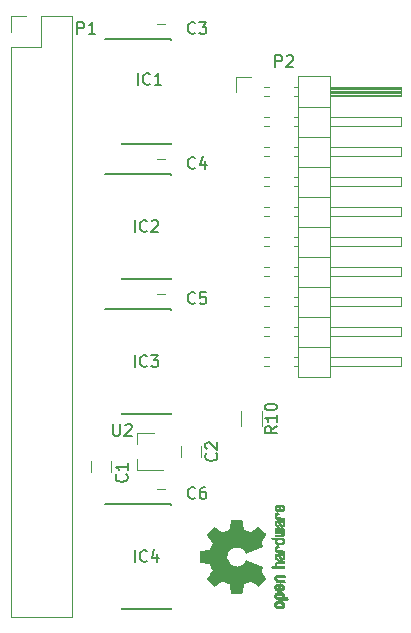
<source format=gbr>
G04 #@! TF.FileFunction,Legend,Top*
%FSLAX46Y46*%
G04 Gerber Fmt 4.6, Leading zero omitted, Abs format (unit mm)*
G04 Created by KiCad (PCBNEW 4.0.4-stable) date 12/12/17 20:39:09*
%MOMM*%
%LPD*%
G01*
G04 APERTURE LIST*
%ADD10C,0.100000*%
%ADD11C,0.150000*%
%ADD12C,0.120000*%
%ADD13C,0.010000*%
G04 APERTURE END LIST*
D10*
D11*
X117305000Y-84450000D02*
X117305000Y-84475000D01*
X121455000Y-84450000D02*
X121455000Y-84565000D01*
X121455000Y-93350000D02*
X121455000Y-93235000D01*
X117305000Y-93350000D02*
X117305000Y-93235000D01*
X117305000Y-84450000D02*
X121455000Y-84450000D01*
X117305000Y-93350000D02*
X121455000Y-93350000D01*
X117305000Y-84475000D02*
X115930000Y-84475000D01*
X117305000Y-95880000D02*
X117305000Y-95905000D01*
X121455000Y-95880000D02*
X121455000Y-95995000D01*
X121455000Y-104780000D02*
X121455000Y-104665000D01*
X117305000Y-104780000D02*
X117305000Y-104665000D01*
X117305000Y-95880000D02*
X121455000Y-95880000D01*
X117305000Y-104780000D02*
X121455000Y-104780000D01*
X117305000Y-95905000D02*
X115930000Y-95905000D01*
X117305000Y-107310000D02*
X117305000Y-107335000D01*
X121455000Y-107310000D02*
X121455000Y-107425000D01*
X121455000Y-116210000D02*
X121455000Y-116095000D01*
X117305000Y-116210000D02*
X117305000Y-116095000D01*
X117305000Y-107310000D02*
X121455000Y-107310000D01*
X117305000Y-116210000D02*
X121455000Y-116210000D01*
X117305000Y-107335000D02*
X115930000Y-107335000D01*
X117305000Y-123820000D02*
X117305000Y-123845000D01*
X121455000Y-123820000D02*
X121455000Y-123935000D01*
X121455000Y-132720000D02*
X121455000Y-132605000D01*
X117305000Y-132720000D02*
X117305000Y-132605000D01*
X117305000Y-123820000D02*
X121455000Y-123820000D01*
X117305000Y-132720000D02*
X121455000Y-132720000D01*
X117305000Y-123845000D02*
X115930000Y-123845000D01*
D12*
X107890000Y-133410000D02*
X113090000Y-133410000D01*
X107890000Y-85090000D02*
X107890000Y-133410000D01*
X113090000Y-82490000D02*
X113090000Y-133410000D01*
X107890000Y-85090000D02*
X110490000Y-85090000D01*
X110490000Y-85090000D02*
X110490000Y-82490000D01*
X110490000Y-82490000D02*
X113090000Y-82490000D01*
X107890000Y-83820000D02*
X107890000Y-82490000D01*
X107890000Y-82490000D02*
X109220000Y-82490000D01*
X132250000Y-87570000D02*
X132250000Y-113090000D01*
X132250000Y-113090000D02*
X134910000Y-113090000D01*
X134910000Y-113090000D02*
X134910000Y-87570000D01*
X134910000Y-87570000D02*
X132250000Y-87570000D01*
X134910000Y-88520000D02*
X140910000Y-88520000D01*
X140910000Y-88520000D02*
X140910000Y-89280000D01*
X140910000Y-89280000D02*
X134910000Y-89280000D01*
X134910000Y-88580000D02*
X140910000Y-88580000D01*
X134910000Y-88700000D02*
X140910000Y-88700000D01*
X134910000Y-88820000D02*
X140910000Y-88820000D01*
X134910000Y-88940000D02*
X140910000Y-88940000D01*
X134910000Y-89060000D02*
X140910000Y-89060000D01*
X134910000Y-89180000D02*
X140910000Y-89180000D01*
X131852929Y-88520000D02*
X132250000Y-88520000D01*
X131852929Y-89280000D02*
X132250000Y-89280000D01*
X129380000Y-88520000D02*
X129767071Y-88520000D01*
X129380000Y-89280000D02*
X129767071Y-89280000D01*
X132250000Y-90170000D02*
X134910000Y-90170000D01*
X134910000Y-91060000D02*
X140910000Y-91060000D01*
X140910000Y-91060000D02*
X140910000Y-91820000D01*
X140910000Y-91820000D02*
X134910000Y-91820000D01*
X131852929Y-91060000D02*
X132250000Y-91060000D01*
X131852929Y-91820000D02*
X132250000Y-91820000D01*
X129312929Y-91060000D02*
X129767071Y-91060000D01*
X129312929Y-91820000D02*
X129767071Y-91820000D01*
X132250000Y-92710000D02*
X134910000Y-92710000D01*
X134910000Y-93600000D02*
X140910000Y-93600000D01*
X140910000Y-93600000D02*
X140910000Y-94360000D01*
X140910000Y-94360000D02*
X134910000Y-94360000D01*
X131852929Y-93600000D02*
X132250000Y-93600000D01*
X131852929Y-94360000D02*
X132250000Y-94360000D01*
X129312929Y-93600000D02*
X129767071Y-93600000D01*
X129312929Y-94360000D02*
X129767071Y-94360000D01*
X132250000Y-95250000D02*
X134910000Y-95250000D01*
X134910000Y-96140000D02*
X140910000Y-96140000D01*
X140910000Y-96140000D02*
X140910000Y-96900000D01*
X140910000Y-96900000D02*
X134910000Y-96900000D01*
X131852929Y-96140000D02*
X132250000Y-96140000D01*
X131852929Y-96900000D02*
X132250000Y-96900000D01*
X129312929Y-96140000D02*
X129767071Y-96140000D01*
X129312929Y-96900000D02*
X129767071Y-96900000D01*
X132250000Y-97790000D02*
X134910000Y-97790000D01*
X134910000Y-98680000D02*
X140910000Y-98680000D01*
X140910000Y-98680000D02*
X140910000Y-99440000D01*
X140910000Y-99440000D02*
X134910000Y-99440000D01*
X131852929Y-98680000D02*
X132250000Y-98680000D01*
X131852929Y-99440000D02*
X132250000Y-99440000D01*
X129312929Y-98680000D02*
X129767071Y-98680000D01*
X129312929Y-99440000D02*
X129767071Y-99440000D01*
X132250000Y-100330000D02*
X134910000Y-100330000D01*
X134910000Y-101220000D02*
X140910000Y-101220000D01*
X140910000Y-101220000D02*
X140910000Y-101980000D01*
X140910000Y-101980000D02*
X134910000Y-101980000D01*
X131852929Y-101220000D02*
X132250000Y-101220000D01*
X131852929Y-101980000D02*
X132250000Y-101980000D01*
X129312929Y-101220000D02*
X129767071Y-101220000D01*
X129312929Y-101980000D02*
X129767071Y-101980000D01*
X132250000Y-102870000D02*
X134910000Y-102870000D01*
X134910000Y-103760000D02*
X140910000Y-103760000D01*
X140910000Y-103760000D02*
X140910000Y-104520000D01*
X140910000Y-104520000D02*
X134910000Y-104520000D01*
X131852929Y-103760000D02*
X132250000Y-103760000D01*
X131852929Y-104520000D02*
X132250000Y-104520000D01*
X129312929Y-103760000D02*
X129767071Y-103760000D01*
X129312929Y-104520000D02*
X129767071Y-104520000D01*
X132250000Y-105410000D02*
X134910000Y-105410000D01*
X134910000Y-106300000D02*
X140910000Y-106300000D01*
X140910000Y-106300000D02*
X140910000Y-107060000D01*
X140910000Y-107060000D02*
X134910000Y-107060000D01*
X131852929Y-106300000D02*
X132250000Y-106300000D01*
X131852929Y-107060000D02*
X132250000Y-107060000D01*
X129312929Y-106300000D02*
X129767071Y-106300000D01*
X129312929Y-107060000D02*
X129767071Y-107060000D01*
X132250000Y-107950000D02*
X134910000Y-107950000D01*
X134910000Y-108840000D02*
X140910000Y-108840000D01*
X140910000Y-108840000D02*
X140910000Y-109600000D01*
X140910000Y-109600000D02*
X134910000Y-109600000D01*
X131852929Y-108840000D02*
X132250000Y-108840000D01*
X131852929Y-109600000D02*
X132250000Y-109600000D01*
X129312929Y-108840000D02*
X129767071Y-108840000D01*
X129312929Y-109600000D02*
X129767071Y-109600000D01*
X132250000Y-110490000D02*
X134910000Y-110490000D01*
X134910000Y-111380000D02*
X140910000Y-111380000D01*
X140910000Y-111380000D02*
X140910000Y-112140000D01*
X140910000Y-112140000D02*
X134910000Y-112140000D01*
X131852929Y-111380000D02*
X132250000Y-111380000D01*
X131852929Y-112140000D02*
X132250000Y-112140000D01*
X129312929Y-111380000D02*
X129767071Y-111380000D01*
X129312929Y-112140000D02*
X129767071Y-112140000D01*
X127000000Y-88900000D02*
X127000000Y-87630000D01*
X127000000Y-87630000D02*
X128270000Y-87630000D01*
X127390000Y-117186000D02*
X127390000Y-115986000D01*
X129150000Y-115986000D02*
X129150000Y-117186000D01*
X118620000Y-117800000D02*
X118620000Y-118730000D01*
X118620000Y-120960000D02*
X118620000Y-120030000D01*
X118620000Y-120960000D02*
X120780000Y-120960000D01*
X118620000Y-117800000D02*
X120080000Y-117800000D01*
D13*
G36*
X130219505Y-131501114D02*
X130256727Y-131426461D01*
X130325261Y-131360569D01*
X130350648Y-131342423D01*
X130383866Y-131322655D01*
X130419945Y-131309828D01*
X130468098Y-131302490D01*
X130537536Y-131299187D01*
X130629206Y-131298462D01*
X130754830Y-131301737D01*
X130849154Y-131313123D01*
X130919523Y-131334959D01*
X130973286Y-131369581D01*
X131017788Y-131419330D01*
X131020423Y-131422986D01*
X131047377Y-131472015D01*
X131060712Y-131531055D01*
X131064000Y-131606141D01*
X131064000Y-131728205D01*
X131182497Y-131728256D01*
X131248492Y-131729392D01*
X131287202Y-131736314D01*
X131310419Y-131754402D01*
X131329933Y-131789038D01*
X131333920Y-131797355D01*
X131352603Y-131836280D01*
X131364403Y-131866417D01*
X131365422Y-131888826D01*
X131351761Y-131904567D01*
X131319522Y-131914698D01*
X131264804Y-131920277D01*
X131183711Y-131922365D01*
X131072344Y-131922019D01*
X130926802Y-131920300D01*
X130883269Y-131919763D01*
X130733205Y-131917828D01*
X130635042Y-131916096D01*
X130635042Y-131728308D01*
X130718364Y-131727252D01*
X130772880Y-131722562D01*
X130808837Y-131711949D01*
X130836482Y-131693128D01*
X130849965Y-131680350D01*
X130889417Y-131628110D01*
X130892628Y-131581858D01*
X130860049Y-131534133D01*
X130858846Y-131532923D01*
X130833668Y-131513506D01*
X130799447Y-131501693D01*
X130746748Y-131495735D01*
X130666131Y-131493880D01*
X130648271Y-131493846D01*
X130537175Y-131498330D01*
X130460161Y-131512926D01*
X130413147Y-131539350D01*
X130392050Y-131579317D01*
X130389923Y-131602416D01*
X130399900Y-131657238D01*
X130432752Y-131694842D01*
X130492857Y-131717477D01*
X130584598Y-131727394D01*
X130635042Y-131728308D01*
X130635042Y-131916096D01*
X130617060Y-131915778D01*
X130529679Y-131913127D01*
X130465905Y-131909394D01*
X130420582Y-131904093D01*
X130388555Y-131896742D01*
X130364668Y-131886857D01*
X130343764Y-131873954D01*
X130335898Y-131868421D01*
X130261595Y-131795031D01*
X130219467Y-131702240D01*
X130207722Y-131594904D01*
X130219505Y-131501114D01*
X130219505Y-131501114D01*
G37*
X130219505Y-131501114D02*
X130256727Y-131426461D01*
X130325261Y-131360569D01*
X130350648Y-131342423D01*
X130383866Y-131322655D01*
X130419945Y-131309828D01*
X130468098Y-131302490D01*
X130537536Y-131299187D01*
X130629206Y-131298462D01*
X130754830Y-131301737D01*
X130849154Y-131313123D01*
X130919523Y-131334959D01*
X130973286Y-131369581D01*
X131017788Y-131419330D01*
X131020423Y-131422986D01*
X131047377Y-131472015D01*
X131060712Y-131531055D01*
X131064000Y-131606141D01*
X131064000Y-131728205D01*
X131182497Y-131728256D01*
X131248492Y-131729392D01*
X131287202Y-131736314D01*
X131310419Y-131754402D01*
X131329933Y-131789038D01*
X131333920Y-131797355D01*
X131352603Y-131836280D01*
X131364403Y-131866417D01*
X131365422Y-131888826D01*
X131351761Y-131904567D01*
X131319522Y-131914698D01*
X131264804Y-131920277D01*
X131183711Y-131922365D01*
X131072344Y-131922019D01*
X130926802Y-131920300D01*
X130883269Y-131919763D01*
X130733205Y-131917828D01*
X130635042Y-131916096D01*
X130635042Y-131728308D01*
X130718364Y-131727252D01*
X130772880Y-131722562D01*
X130808837Y-131711949D01*
X130836482Y-131693128D01*
X130849965Y-131680350D01*
X130889417Y-131628110D01*
X130892628Y-131581858D01*
X130860049Y-131534133D01*
X130858846Y-131532923D01*
X130833668Y-131513506D01*
X130799447Y-131501693D01*
X130746748Y-131495735D01*
X130666131Y-131493880D01*
X130648271Y-131493846D01*
X130537175Y-131498330D01*
X130460161Y-131512926D01*
X130413147Y-131539350D01*
X130392050Y-131579317D01*
X130389923Y-131602416D01*
X130399900Y-131657238D01*
X130432752Y-131694842D01*
X130492857Y-131717477D01*
X130584598Y-131727394D01*
X130635042Y-131728308D01*
X130635042Y-131916096D01*
X130617060Y-131915778D01*
X130529679Y-131913127D01*
X130465905Y-131909394D01*
X130420582Y-131904093D01*
X130388555Y-131896742D01*
X130364668Y-131886857D01*
X130343764Y-131873954D01*
X130335898Y-131868421D01*
X130261595Y-131795031D01*
X130219467Y-131702240D01*
X130207722Y-131594904D01*
X130219505Y-131501114D01*
G36*
X130230089Y-129998336D02*
X130266358Y-129935633D01*
X130302358Y-129892039D01*
X130340075Y-129860155D01*
X130386199Y-129838190D01*
X130447421Y-129824351D01*
X130530431Y-129816847D01*
X130641919Y-129813883D01*
X130722062Y-129813539D01*
X131017065Y-129813539D01*
X131091515Y-129979615D01*
X130768402Y-129989385D01*
X130647729Y-129993421D01*
X130560141Y-129997656D01*
X130499650Y-130002903D01*
X130460268Y-130009975D01*
X130436007Y-130019689D01*
X130420880Y-130032856D01*
X130417606Y-130037081D01*
X130392034Y-130101091D01*
X130402153Y-130165792D01*
X130429000Y-130204308D01*
X130448024Y-130219975D01*
X130472988Y-130230820D01*
X130510834Y-130237712D01*
X130568502Y-130241521D01*
X130652935Y-130243117D01*
X130740928Y-130243385D01*
X130851323Y-130243437D01*
X130929463Y-130245328D01*
X130982165Y-130251655D01*
X131016242Y-130265017D01*
X131038511Y-130288015D01*
X131055787Y-130323246D01*
X131073738Y-130370303D01*
X131093278Y-130421697D01*
X130746485Y-130415579D01*
X130621468Y-130413116D01*
X130529082Y-130410233D01*
X130462881Y-130406102D01*
X130416420Y-130399893D01*
X130383256Y-130390774D01*
X130356944Y-130377917D01*
X130333729Y-130362416D01*
X130259569Y-130287629D01*
X130216684Y-130196372D01*
X130206412Y-130097117D01*
X130230089Y-129998336D01*
X130230089Y-129998336D01*
G37*
X130230089Y-129998336D02*
X130266358Y-129935633D01*
X130302358Y-129892039D01*
X130340075Y-129860155D01*
X130386199Y-129838190D01*
X130447421Y-129824351D01*
X130530431Y-129816847D01*
X130641919Y-129813883D01*
X130722062Y-129813539D01*
X131017065Y-129813539D01*
X131091515Y-129979615D01*
X130768402Y-129989385D01*
X130647729Y-129993421D01*
X130560141Y-129997656D01*
X130499650Y-130002903D01*
X130460268Y-130009975D01*
X130436007Y-130019689D01*
X130420880Y-130032856D01*
X130417606Y-130037081D01*
X130392034Y-130101091D01*
X130402153Y-130165792D01*
X130429000Y-130204308D01*
X130448024Y-130219975D01*
X130472988Y-130230820D01*
X130510834Y-130237712D01*
X130568502Y-130241521D01*
X130652935Y-130243117D01*
X130740928Y-130243385D01*
X130851323Y-130243437D01*
X130929463Y-130245328D01*
X130982165Y-130251655D01*
X131016242Y-130265017D01*
X131038511Y-130288015D01*
X131055787Y-130323246D01*
X131073738Y-130370303D01*
X131093278Y-130421697D01*
X130746485Y-130415579D01*
X130621468Y-130413116D01*
X130529082Y-130410233D01*
X130462881Y-130406102D01*
X130416420Y-130399893D01*
X130383256Y-130390774D01*
X130356944Y-130377917D01*
X130333729Y-130362416D01*
X130259569Y-130287629D01*
X130216684Y-130196372D01*
X130206412Y-130097117D01*
X130230089Y-129998336D01*
G36*
X130222256Y-132253114D02*
X130270409Y-132161536D01*
X130347905Y-132093951D01*
X130397727Y-132069943D01*
X130472533Y-132051262D01*
X130567052Y-132041699D01*
X130670210Y-132040792D01*
X130770935Y-132048079D01*
X130858153Y-132063097D01*
X130920791Y-132085385D01*
X130931579Y-132092235D01*
X131012105Y-132173368D01*
X131060336Y-132269734D01*
X131074450Y-132374299D01*
X131052629Y-132480032D01*
X131039547Y-132509457D01*
X130999231Y-132566759D01*
X130945775Y-132617050D01*
X130938995Y-132621803D01*
X130906321Y-132641122D01*
X130871394Y-132653892D01*
X130825414Y-132661436D01*
X130759584Y-132665076D01*
X130665105Y-132666135D01*
X130643923Y-132666154D01*
X130637182Y-132666106D01*
X130637182Y-132470769D01*
X130726349Y-132469632D01*
X130785520Y-132465159D01*
X130823741Y-132455754D01*
X130850053Y-132439824D01*
X130858846Y-132431692D01*
X130892261Y-132384942D01*
X130890737Y-132339553D01*
X130861752Y-132293660D01*
X130830809Y-132266288D01*
X130785643Y-132250077D01*
X130714420Y-132240974D01*
X130706114Y-132240349D01*
X130577037Y-132238796D01*
X130481172Y-132255035D01*
X130419107Y-132288848D01*
X130391432Y-132340016D01*
X130389923Y-132358280D01*
X130397513Y-132406240D01*
X130423808Y-132439047D01*
X130474095Y-132459105D01*
X130553664Y-132468822D01*
X130637182Y-132470769D01*
X130637182Y-132666106D01*
X130543249Y-132665426D01*
X130472906Y-132662371D01*
X130424163Y-132655678D01*
X130388288Y-132644040D01*
X130356548Y-132626147D01*
X130350648Y-132622192D01*
X130271104Y-132555733D01*
X130224929Y-132483315D01*
X130206599Y-132395151D01*
X130205703Y-132365213D01*
X130222256Y-132253114D01*
X130222256Y-132253114D01*
G37*
X130222256Y-132253114D02*
X130270409Y-132161536D01*
X130347905Y-132093951D01*
X130397727Y-132069943D01*
X130472533Y-132051262D01*
X130567052Y-132041699D01*
X130670210Y-132040792D01*
X130770935Y-132048079D01*
X130858153Y-132063097D01*
X130920791Y-132085385D01*
X130931579Y-132092235D01*
X131012105Y-132173368D01*
X131060336Y-132269734D01*
X131074450Y-132374299D01*
X131052629Y-132480032D01*
X131039547Y-132509457D01*
X130999231Y-132566759D01*
X130945775Y-132617050D01*
X130938995Y-132621803D01*
X130906321Y-132641122D01*
X130871394Y-132653892D01*
X130825414Y-132661436D01*
X130759584Y-132665076D01*
X130665105Y-132666135D01*
X130643923Y-132666154D01*
X130637182Y-132666106D01*
X130637182Y-132470769D01*
X130726349Y-132469632D01*
X130785520Y-132465159D01*
X130823741Y-132455754D01*
X130850053Y-132439824D01*
X130858846Y-132431692D01*
X130892261Y-132384942D01*
X130890737Y-132339553D01*
X130861752Y-132293660D01*
X130830809Y-132266288D01*
X130785643Y-132250077D01*
X130714420Y-132240974D01*
X130706114Y-132240349D01*
X130577037Y-132238796D01*
X130481172Y-132255035D01*
X130419107Y-132288848D01*
X130391432Y-132340016D01*
X130389923Y-132358280D01*
X130397513Y-132406240D01*
X130423808Y-132439047D01*
X130474095Y-132459105D01*
X130553664Y-132468822D01*
X130637182Y-132470769D01*
X130637182Y-132666106D01*
X130543249Y-132665426D01*
X130472906Y-132662371D01*
X130424163Y-132655678D01*
X130388288Y-132644040D01*
X130356548Y-132626147D01*
X130350648Y-132622192D01*
X130271104Y-132555733D01*
X130224929Y-132483315D01*
X130206599Y-132395151D01*
X130205703Y-132365213D01*
X130222256Y-132253114D01*
G36*
X130234745Y-130735746D02*
X130286567Y-130658714D01*
X130361412Y-130599184D01*
X130456654Y-130563622D01*
X130526756Y-130556429D01*
X130556009Y-130557246D01*
X130578407Y-130564086D01*
X130598474Y-130582888D01*
X130620733Y-130619592D01*
X130649709Y-130680138D01*
X130689927Y-130770466D01*
X130690129Y-130770923D01*
X130728210Y-130854067D01*
X130762025Y-130922247D01*
X130787933Y-130968495D01*
X130802295Y-130985842D01*
X130802411Y-130985846D01*
X130833685Y-130970557D01*
X130868157Y-130934804D01*
X130892990Y-130893758D01*
X130897923Y-130872963D01*
X130880862Y-130816230D01*
X130838133Y-130767373D01*
X130791155Y-130743535D01*
X130756522Y-130720603D01*
X130717081Y-130675682D01*
X130683009Y-130622877D01*
X130664480Y-130576290D01*
X130663462Y-130566548D01*
X130680215Y-130555582D01*
X130723039Y-130554921D01*
X130780781Y-130562980D01*
X130842289Y-130578173D01*
X130896409Y-130598914D01*
X130898510Y-130599962D01*
X130985660Y-130662379D01*
X131044939Y-130743274D01*
X131074034Y-130835144D01*
X131070634Y-130930487D01*
X131032428Y-131021802D01*
X131029741Y-131025862D01*
X130964642Y-131097694D01*
X130879705Y-131144927D01*
X130768021Y-131171066D01*
X130736643Y-131174574D01*
X130588536Y-131180787D01*
X130519468Y-131173339D01*
X130519468Y-130985846D01*
X130562552Y-130983410D01*
X130575126Y-130970086D01*
X130565719Y-130936868D01*
X130543483Y-130884506D01*
X130515610Y-130825976D01*
X130514872Y-130824521D01*
X130488777Y-130774911D01*
X130471363Y-130755000D01*
X130453107Y-130759910D01*
X130429120Y-130780584D01*
X130394406Y-130833181D01*
X130391856Y-130889823D01*
X130417119Y-130940631D01*
X130465847Y-130975724D01*
X130519468Y-130985846D01*
X130519468Y-131173339D01*
X130470036Y-131168008D01*
X130376055Y-131135222D01*
X130310215Y-131089579D01*
X130243681Y-131007198D01*
X130210676Y-130916454D01*
X130208573Y-130823815D01*
X130234745Y-130735746D01*
X130234745Y-130735746D01*
G37*
X130234745Y-130735746D02*
X130286567Y-130658714D01*
X130361412Y-130599184D01*
X130456654Y-130563622D01*
X130526756Y-130556429D01*
X130556009Y-130557246D01*
X130578407Y-130564086D01*
X130598474Y-130582888D01*
X130620733Y-130619592D01*
X130649709Y-130680138D01*
X130689927Y-130770466D01*
X130690129Y-130770923D01*
X130728210Y-130854067D01*
X130762025Y-130922247D01*
X130787933Y-130968495D01*
X130802295Y-130985842D01*
X130802411Y-130985846D01*
X130833685Y-130970557D01*
X130868157Y-130934804D01*
X130892990Y-130893758D01*
X130897923Y-130872963D01*
X130880862Y-130816230D01*
X130838133Y-130767373D01*
X130791155Y-130743535D01*
X130756522Y-130720603D01*
X130717081Y-130675682D01*
X130683009Y-130622877D01*
X130664480Y-130576290D01*
X130663462Y-130566548D01*
X130680215Y-130555582D01*
X130723039Y-130554921D01*
X130780781Y-130562980D01*
X130842289Y-130578173D01*
X130896409Y-130598914D01*
X130898510Y-130599962D01*
X130985660Y-130662379D01*
X131044939Y-130743274D01*
X131074034Y-130835144D01*
X131070634Y-130930487D01*
X131032428Y-131021802D01*
X131029741Y-131025862D01*
X130964642Y-131097694D01*
X130879705Y-131144927D01*
X130768021Y-131171066D01*
X130736643Y-131174574D01*
X130588536Y-131180787D01*
X130519468Y-131173339D01*
X130519468Y-130985846D01*
X130562552Y-130983410D01*
X130575126Y-130970086D01*
X130565719Y-130936868D01*
X130543483Y-130884506D01*
X130515610Y-130825976D01*
X130514872Y-130824521D01*
X130488777Y-130774911D01*
X130471363Y-130755000D01*
X130453107Y-130759910D01*
X130429120Y-130780584D01*
X130394406Y-130833181D01*
X130391856Y-130889823D01*
X130417119Y-130940631D01*
X130465847Y-130975724D01*
X130519468Y-130985846D01*
X130519468Y-131173339D01*
X130470036Y-131168008D01*
X130376055Y-131135222D01*
X130310215Y-131089579D01*
X130243681Y-131007198D01*
X130210676Y-130916454D01*
X130208573Y-130823815D01*
X130234745Y-130735746D01*
G36*
X130127120Y-129110154D02*
X130206980Y-129104428D01*
X130254039Y-129097851D01*
X130274566Y-129088738D01*
X130274829Y-129075402D01*
X130272378Y-129071077D01*
X130254636Y-129013556D01*
X130255672Y-128938732D01*
X130273910Y-128862661D01*
X130297505Y-128815082D01*
X130335198Y-128766298D01*
X130377855Y-128730636D01*
X130432057Y-128706155D01*
X130504384Y-128690913D01*
X130601419Y-128682970D01*
X130729742Y-128680384D01*
X130754358Y-128680338D01*
X131030870Y-128680308D01*
X131052320Y-128741839D01*
X131066912Y-128785541D01*
X131073706Y-128809518D01*
X131073769Y-128810223D01*
X131055345Y-128812585D01*
X131004526Y-128814594D01*
X130927993Y-128816099D01*
X130832430Y-128816947D01*
X130774329Y-128817077D01*
X130659771Y-128817349D01*
X130577667Y-128818748D01*
X130521393Y-128822151D01*
X130484326Y-128828433D01*
X130459844Y-128838471D01*
X130441325Y-128853139D01*
X130432406Y-128862298D01*
X130396466Y-128925211D01*
X130393775Y-128993864D01*
X130424170Y-129056152D01*
X130435144Y-129067671D01*
X130455779Y-129084567D01*
X130480256Y-129096286D01*
X130515647Y-129103767D01*
X130569026Y-129107946D01*
X130647466Y-129109763D01*
X130755617Y-129110154D01*
X131030870Y-129110154D01*
X131052320Y-129171685D01*
X131066912Y-129215387D01*
X131073706Y-129239364D01*
X131073769Y-129240070D01*
X131055069Y-129241874D01*
X131002322Y-129243500D01*
X130920557Y-129244883D01*
X130814805Y-129245958D01*
X130690094Y-129246660D01*
X130551455Y-129246923D01*
X130016806Y-129246923D01*
X129963236Y-129119923D01*
X130127120Y-129110154D01*
X130127120Y-129110154D01*
G37*
X130127120Y-129110154D02*
X130206980Y-129104428D01*
X130254039Y-129097851D01*
X130274566Y-129088738D01*
X130274829Y-129075402D01*
X130272378Y-129071077D01*
X130254636Y-129013556D01*
X130255672Y-128938732D01*
X130273910Y-128862661D01*
X130297505Y-128815082D01*
X130335198Y-128766298D01*
X130377855Y-128730636D01*
X130432057Y-128706155D01*
X130504384Y-128690913D01*
X130601419Y-128682970D01*
X130729742Y-128680384D01*
X130754358Y-128680338D01*
X131030870Y-128680308D01*
X131052320Y-128741839D01*
X131066912Y-128785541D01*
X131073706Y-128809518D01*
X131073769Y-128810223D01*
X131055345Y-128812585D01*
X131004526Y-128814594D01*
X130927993Y-128816099D01*
X130832430Y-128816947D01*
X130774329Y-128817077D01*
X130659771Y-128817349D01*
X130577667Y-128818748D01*
X130521393Y-128822151D01*
X130484326Y-128828433D01*
X130459844Y-128838471D01*
X130441325Y-128853139D01*
X130432406Y-128862298D01*
X130396466Y-128925211D01*
X130393775Y-128993864D01*
X130424170Y-129056152D01*
X130435144Y-129067671D01*
X130455779Y-129084567D01*
X130480256Y-129096286D01*
X130515647Y-129103767D01*
X130569026Y-129107946D01*
X130647466Y-129109763D01*
X130755617Y-129110154D01*
X131030870Y-129110154D01*
X131052320Y-129171685D01*
X131066912Y-129215387D01*
X131073706Y-129239364D01*
X131073769Y-129240070D01*
X131055069Y-129241874D01*
X131002322Y-129243500D01*
X130920557Y-129244883D01*
X130814805Y-129245958D01*
X130690094Y-129246660D01*
X130551455Y-129246923D01*
X130016806Y-129246923D01*
X129963236Y-129119923D01*
X130127120Y-129110154D01*
G36*
X130261303Y-128216499D02*
X130289733Y-128139940D01*
X130290279Y-128139064D01*
X130325127Y-128091715D01*
X130365852Y-128056759D01*
X130418925Y-128032175D01*
X130490814Y-128015938D01*
X130587992Y-128006025D01*
X130716928Y-128000414D01*
X130735298Y-127999923D01*
X131012287Y-127992859D01*
X131043028Y-128052305D01*
X131063802Y-128095319D01*
X131073646Y-128121290D01*
X131073769Y-128122491D01*
X131055606Y-128126986D01*
X131006612Y-128130556D01*
X130935031Y-128132752D01*
X130877068Y-128133231D01*
X130783170Y-128133242D01*
X130724203Y-128137534D01*
X130696079Y-128152497D01*
X130694706Y-128184518D01*
X130715998Y-128239986D01*
X130755136Y-128323731D01*
X130787643Y-128385311D01*
X130815845Y-128416983D01*
X130846582Y-128426294D01*
X130848104Y-128426308D01*
X130901054Y-128410943D01*
X130929660Y-128365453D01*
X130933803Y-128295834D01*
X130933084Y-128245687D01*
X130947527Y-128219246D01*
X130982218Y-128202757D01*
X131026416Y-128193267D01*
X131051493Y-128206943D01*
X131055082Y-128212093D01*
X131069496Y-128260575D01*
X131071537Y-128328469D01*
X131061983Y-128398388D01*
X131044522Y-128447932D01*
X130986364Y-128516430D01*
X130905408Y-128555366D01*
X130842160Y-128563077D01*
X130785111Y-128557193D01*
X130738542Y-128535899D01*
X130697181Y-128493735D01*
X130655755Y-128425241D01*
X130608993Y-128324956D01*
X130606350Y-128318846D01*
X130564617Y-128228510D01*
X130530391Y-128172765D01*
X130499635Y-128148871D01*
X130468311Y-128154087D01*
X130432383Y-128185672D01*
X130424116Y-128195117D01*
X130392058Y-128258383D01*
X130393407Y-128323936D01*
X130424838Y-128381028D01*
X130483024Y-128418907D01*
X130494446Y-128422426D01*
X130549837Y-128456700D01*
X130576518Y-128500191D01*
X130602960Y-128563077D01*
X130534548Y-128563077D01*
X130435110Y-128543948D01*
X130343902Y-128487169D01*
X130313389Y-128457622D01*
X130274228Y-128390458D01*
X130256500Y-128305044D01*
X130261303Y-128216499D01*
X130261303Y-128216499D01*
G37*
X130261303Y-128216499D02*
X130289733Y-128139940D01*
X130290279Y-128139064D01*
X130325127Y-128091715D01*
X130365852Y-128056759D01*
X130418925Y-128032175D01*
X130490814Y-128015938D01*
X130587992Y-128006025D01*
X130716928Y-128000414D01*
X130735298Y-127999923D01*
X131012287Y-127992859D01*
X131043028Y-128052305D01*
X131063802Y-128095319D01*
X131073646Y-128121290D01*
X131073769Y-128122491D01*
X131055606Y-128126986D01*
X131006612Y-128130556D01*
X130935031Y-128132752D01*
X130877068Y-128133231D01*
X130783170Y-128133242D01*
X130724203Y-128137534D01*
X130696079Y-128152497D01*
X130694706Y-128184518D01*
X130715998Y-128239986D01*
X130755136Y-128323731D01*
X130787643Y-128385311D01*
X130815845Y-128416983D01*
X130846582Y-128426294D01*
X130848104Y-128426308D01*
X130901054Y-128410943D01*
X130929660Y-128365453D01*
X130933803Y-128295834D01*
X130933084Y-128245687D01*
X130947527Y-128219246D01*
X130982218Y-128202757D01*
X131026416Y-128193267D01*
X131051493Y-128206943D01*
X131055082Y-128212093D01*
X131069496Y-128260575D01*
X131071537Y-128328469D01*
X131061983Y-128398388D01*
X131044522Y-128447932D01*
X130986364Y-128516430D01*
X130905408Y-128555366D01*
X130842160Y-128563077D01*
X130785111Y-128557193D01*
X130738542Y-128535899D01*
X130697181Y-128493735D01*
X130655755Y-128425241D01*
X130608993Y-128324956D01*
X130606350Y-128318846D01*
X130564617Y-128228510D01*
X130530391Y-128172765D01*
X130499635Y-128148871D01*
X130468311Y-128154087D01*
X130432383Y-128185672D01*
X130424116Y-128195117D01*
X130392058Y-128258383D01*
X130393407Y-128323936D01*
X130424838Y-128381028D01*
X130483024Y-128418907D01*
X130494446Y-128422426D01*
X130549837Y-128456700D01*
X130576518Y-128500191D01*
X130602960Y-128563077D01*
X130534548Y-128563077D01*
X130435110Y-128543948D01*
X130343902Y-128487169D01*
X130313389Y-128457622D01*
X130274228Y-128390458D01*
X130256500Y-128305044D01*
X130261303Y-128216499D01*
G36*
X130259670Y-127556638D02*
X130292421Y-127467883D01*
X130350350Y-127395978D01*
X130391128Y-127367856D01*
X130465954Y-127337198D01*
X130520058Y-127337835D01*
X130556446Y-127370013D01*
X130562633Y-127381919D01*
X130581925Y-127433325D01*
X130576982Y-127459578D01*
X130544587Y-127468470D01*
X130526692Y-127468923D01*
X130460859Y-127485203D01*
X130414807Y-127527635D01*
X130392564Y-127586612D01*
X130398161Y-127652525D01*
X130427229Y-127706105D01*
X130443810Y-127724202D01*
X130463925Y-127737029D01*
X130494332Y-127745694D01*
X130541788Y-127751304D01*
X130613050Y-127754965D01*
X130714875Y-127757785D01*
X130747115Y-127758516D01*
X130857410Y-127761180D01*
X130935036Y-127764208D01*
X130986396Y-127768750D01*
X131017890Y-127775954D01*
X131035920Y-127786967D01*
X131046888Y-127802940D01*
X131051733Y-127813166D01*
X131068301Y-127856594D01*
X131073769Y-127882158D01*
X131055507Y-127890605D01*
X131000296Y-127895761D01*
X130907499Y-127897654D01*
X130776478Y-127896311D01*
X130756269Y-127895893D01*
X130636733Y-127892942D01*
X130549449Y-127889452D01*
X130487591Y-127884486D01*
X130444336Y-127877107D01*
X130412860Y-127866376D01*
X130386339Y-127851355D01*
X130374975Y-127843498D01*
X130324692Y-127798447D01*
X130285581Y-127748060D01*
X130282167Y-127741892D01*
X130255212Y-127651542D01*
X130259670Y-127556638D01*
X130259670Y-127556638D01*
G37*
X130259670Y-127556638D02*
X130292421Y-127467883D01*
X130350350Y-127395978D01*
X130391128Y-127367856D01*
X130465954Y-127337198D01*
X130520058Y-127337835D01*
X130556446Y-127370013D01*
X130562633Y-127381919D01*
X130581925Y-127433325D01*
X130576982Y-127459578D01*
X130544587Y-127468470D01*
X130526692Y-127468923D01*
X130460859Y-127485203D01*
X130414807Y-127527635D01*
X130392564Y-127586612D01*
X130398161Y-127652525D01*
X130427229Y-127706105D01*
X130443810Y-127724202D01*
X130463925Y-127737029D01*
X130494332Y-127745694D01*
X130541788Y-127751304D01*
X130613050Y-127754965D01*
X130714875Y-127757785D01*
X130747115Y-127758516D01*
X130857410Y-127761180D01*
X130935036Y-127764208D01*
X130986396Y-127768750D01*
X131017890Y-127775954D01*
X131035920Y-127786967D01*
X131046888Y-127802940D01*
X131051733Y-127813166D01*
X131068301Y-127856594D01*
X131073769Y-127882158D01*
X131055507Y-127890605D01*
X131000296Y-127895761D01*
X130907499Y-127897654D01*
X130776478Y-127896311D01*
X130756269Y-127895893D01*
X130636733Y-127892942D01*
X130549449Y-127889452D01*
X130487591Y-127884486D01*
X130444336Y-127877107D01*
X130412860Y-127866376D01*
X130386339Y-127851355D01*
X130374975Y-127843498D01*
X130324692Y-127798447D01*
X130285581Y-127748060D01*
X130282167Y-127741892D01*
X130255212Y-127651542D01*
X130259670Y-127556638D01*
G36*
X130415289Y-126667919D02*
X130561320Y-126668167D01*
X130673655Y-126669128D01*
X130757678Y-126671206D01*
X130818769Y-126674807D01*
X130862309Y-126680335D01*
X130893679Y-126688196D01*
X130918262Y-126698793D01*
X130932294Y-126706818D01*
X131008388Y-126773272D01*
X131056084Y-126857530D01*
X131073199Y-126950751D01*
X131057546Y-127044100D01*
X131029418Y-127099688D01*
X130980760Y-127158043D01*
X130921333Y-127197814D01*
X130843507Y-127221810D01*
X130739652Y-127232839D01*
X130663462Y-127234401D01*
X130657986Y-127234191D01*
X130657986Y-127097692D01*
X130745355Y-127096859D01*
X130803192Y-127093039D01*
X130841029Y-127084254D01*
X130868398Y-127068526D01*
X130889042Y-127049734D01*
X130928890Y-126986625D01*
X130932295Y-126918863D01*
X130899025Y-126854821D01*
X130894517Y-126849836D01*
X130871067Y-126828561D01*
X130843166Y-126815221D01*
X130801641Y-126807999D01*
X130737316Y-126805077D01*
X130666200Y-126804615D01*
X130576858Y-126805617D01*
X130517258Y-126809762D01*
X130478089Y-126818764D01*
X130450040Y-126834333D01*
X130435144Y-126847098D01*
X130397575Y-126906400D01*
X130393057Y-126974699D01*
X130421753Y-127039890D01*
X130432406Y-127052472D01*
X130456063Y-127073889D01*
X130484251Y-127087256D01*
X130526245Y-127094434D01*
X130591319Y-127097281D01*
X130657986Y-127097692D01*
X130657986Y-127234191D01*
X130540765Y-127229678D01*
X130448577Y-127213638D01*
X130379269Y-127183472D01*
X130325211Y-127136371D01*
X130297505Y-127099688D01*
X130267572Y-127033010D01*
X130253678Y-126955728D01*
X130257397Y-126883890D01*
X130272400Y-126843692D01*
X130276670Y-126827918D01*
X130260750Y-126817450D01*
X130218089Y-126810144D01*
X130153106Y-126804615D01*
X130080732Y-126798563D01*
X130037187Y-126790156D01*
X130012287Y-126774859D01*
X129995845Y-126748136D01*
X129988564Y-126731346D01*
X129961963Y-126667846D01*
X130415289Y-126667919D01*
X130415289Y-126667919D01*
G37*
X130415289Y-126667919D02*
X130561320Y-126668167D01*
X130673655Y-126669128D01*
X130757678Y-126671206D01*
X130818769Y-126674807D01*
X130862309Y-126680335D01*
X130893679Y-126688196D01*
X130918262Y-126698793D01*
X130932294Y-126706818D01*
X131008388Y-126773272D01*
X131056084Y-126857530D01*
X131073199Y-126950751D01*
X131057546Y-127044100D01*
X131029418Y-127099688D01*
X130980760Y-127158043D01*
X130921333Y-127197814D01*
X130843507Y-127221810D01*
X130739652Y-127232839D01*
X130663462Y-127234401D01*
X130657986Y-127234191D01*
X130657986Y-127097692D01*
X130745355Y-127096859D01*
X130803192Y-127093039D01*
X130841029Y-127084254D01*
X130868398Y-127068526D01*
X130889042Y-127049734D01*
X130928890Y-126986625D01*
X130932295Y-126918863D01*
X130899025Y-126854821D01*
X130894517Y-126849836D01*
X130871067Y-126828561D01*
X130843166Y-126815221D01*
X130801641Y-126807999D01*
X130737316Y-126805077D01*
X130666200Y-126804615D01*
X130576858Y-126805617D01*
X130517258Y-126809762D01*
X130478089Y-126818764D01*
X130450040Y-126834333D01*
X130435144Y-126847098D01*
X130397575Y-126906400D01*
X130393057Y-126974699D01*
X130421753Y-127039890D01*
X130432406Y-127052472D01*
X130456063Y-127073889D01*
X130484251Y-127087256D01*
X130526245Y-127094434D01*
X130591319Y-127097281D01*
X130657986Y-127097692D01*
X130657986Y-127234191D01*
X130540765Y-127229678D01*
X130448577Y-127213638D01*
X130379269Y-127183472D01*
X130325211Y-127136371D01*
X130297505Y-127099688D01*
X130267572Y-127033010D01*
X130253678Y-126955728D01*
X130257397Y-126883890D01*
X130272400Y-126843692D01*
X130276670Y-126827918D01*
X130260750Y-126817450D01*
X130218089Y-126810144D01*
X130153106Y-126804615D01*
X130080732Y-126798563D01*
X130037187Y-126790156D01*
X130012287Y-126774859D01*
X129995845Y-126748136D01*
X129988564Y-126731346D01*
X129961963Y-126667846D01*
X130415289Y-126667919D01*
G36*
X130271662Y-125874071D02*
X130323068Y-125871089D01*
X130401192Y-125868753D01*
X130499857Y-125867251D01*
X130603343Y-125866769D01*
X130953533Y-125866769D01*
X131015363Y-125928599D01*
X131053462Y-125971207D01*
X131068895Y-126008610D01*
X131067918Y-126059730D01*
X131065433Y-126080022D01*
X131058200Y-126143446D01*
X131054055Y-126195905D01*
X131053672Y-126208692D01*
X131056176Y-126251801D01*
X131062462Y-126313456D01*
X131065433Y-126337362D01*
X131070028Y-126396078D01*
X131060046Y-126435536D01*
X131029228Y-126474662D01*
X131015363Y-126488785D01*
X130953533Y-126550615D01*
X130298503Y-126550615D01*
X130275829Y-126500850D01*
X130259034Y-126457998D01*
X130253154Y-126432927D01*
X130271736Y-126426499D01*
X130323655Y-126420491D01*
X130403172Y-126415303D01*
X130504546Y-126411336D01*
X130590192Y-126409423D01*
X130927231Y-126404077D01*
X130933825Y-126357440D01*
X130929214Y-126315024D01*
X130914287Y-126294240D01*
X130886377Y-126288430D01*
X130826925Y-126283470D01*
X130743466Y-126279754D01*
X130643532Y-126277676D01*
X130592104Y-126277376D01*
X130296054Y-126277077D01*
X130274604Y-126215546D01*
X130260020Y-126171996D01*
X130253219Y-126148306D01*
X130253154Y-126147623D01*
X130271642Y-126145246D01*
X130322906Y-126142634D01*
X130400649Y-126140005D01*
X130498574Y-126137579D01*
X130590192Y-126135885D01*
X130927231Y-126130539D01*
X130927231Y-126013308D01*
X130619746Y-126007928D01*
X130312261Y-126002549D01*
X130282707Y-125945399D01*
X130262413Y-125903203D01*
X130253204Y-125878230D01*
X130253154Y-125877509D01*
X130271662Y-125874071D01*
X130271662Y-125874071D01*
G37*
X130271662Y-125874071D02*
X130323068Y-125871089D01*
X130401192Y-125868753D01*
X130499857Y-125867251D01*
X130603343Y-125866769D01*
X130953533Y-125866769D01*
X131015363Y-125928599D01*
X131053462Y-125971207D01*
X131068895Y-126008610D01*
X131067918Y-126059730D01*
X131065433Y-126080022D01*
X131058200Y-126143446D01*
X131054055Y-126195905D01*
X131053672Y-126208692D01*
X131056176Y-126251801D01*
X131062462Y-126313456D01*
X131065433Y-126337362D01*
X131070028Y-126396078D01*
X131060046Y-126435536D01*
X131029228Y-126474662D01*
X131015363Y-126488785D01*
X130953533Y-126550615D01*
X130298503Y-126550615D01*
X130275829Y-126500850D01*
X130259034Y-126457998D01*
X130253154Y-126432927D01*
X130271736Y-126426499D01*
X130323655Y-126420491D01*
X130403172Y-126415303D01*
X130504546Y-126411336D01*
X130590192Y-126409423D01*
X130927231Y-126404077D01*
X130933825Y-126357440D01*
X130929214Y-126315024D01*
X130914287Y-126294240D01*
X130886377Y-126288430D01*
X130826925Y-126283470D01*
X130743466Y-126279754D01*
X130643532Y-126277676D01*
X130592104Y-126277376D01*
X130296054Y-126277077D01*
X130274604Y-126215546D01*
X130260020Y-126171996D01*
X130253219Y-126148306D01*
X130253154Y-126147623D01*
X130271642Y-126145246D01*
X130322906Y-126142634D01*
X130400649Y-126140005D01*
X130498574Y-126137579D01*
X130590192Y-126135885D01*
X130927231Y-126130539D01*
X130927231Y-126013308D01*
X130619746Y-126007928D01*
X130312261Y-126002549D01*
X130282707Y-125945399D01*
X130262413Y-125903203D01*
X130253204Y-125878230D01*
X130253154Y-125877509D01*
X130271662Y-125874071D01*
G36*
X130268528Y-125382667D02*
X130294117Y-125326410D01*
X130325124Y-125282253D01*
X130359795Y-125249899D01*
X130404520Y-125227562D01*
X130465692Y-125213454D01*
X130549701Y-125205789D01*
X130662940Y-125202780D01*
X130737509Y-125202462D01*
X131028420Y-125202462D01*
X131051095Y-125252227D01*
X131067667Y-125291424D01*
X131073769Y-125310843D01*
X131055610Y-125314558D01*
X131006648Y-125317505D01*
X130935153Y-125319309D01*
X130878385Y-125319692D01*
X130796371Y-125321339D01*
X130731309Y-125325778D01*
X130691467Y-125332260D01*
X130683000Y-125337410D01*
X130691646Y-125372023D01*
X130713823Y-125426360D01*
X130743886Y-125489278D01*
X130776192Y-125549632D01*
X130805098Y-125596279D01*
X130824961Y-125618074D01*
X130825175Y-125618161D01*
X130861935Y-125616286D01*
X130897026Y-125599475D01*
X130925528Y-125569961D01*
X130935061Y-125526884D01*
X130933950Y-125490068D01*
X130933133Y-125437926D01*
X130945349Y-125410556D01*
X130977624Y-125394118D01*
X130983710Y-125392045D01*
X131029739Y-125384919D01*
X131057687Y-125403976D01*
X131071007Y-125453647D01*
X131073470Y-125507303D01*
X131055210Y-125603858D01*
X131029131Y-125653841D01*
X130967868Y-125715571D01*
X130892670Y-125748310D01*
X130813211Y-125751247D01*
X130739167Y-125723576D01*
X130692769Y-125681953D01*
X130666793Y-125640396D01*
X130633907Y-125575078D01*
X130600557Y-125498962D01*
X130595461Y-125486274D01*
X130558565Y-125402667D01*
X130526046Y-125354470D01*
X130493718Y-125338970D01*
X130457394Y-125353450D01*
X130429000Y-125378308D01*
X130394039Y-125437061D01*
X130391417Y-125501707D01*
X130418358Y-125560992D01*
X130472088Y-125603661D01*
X130485950Y-125609261D01*
X130536936Y-125641867D01*
X130574787Y-125689470D01*
X130605850Y-125749539D01*
X130517768Y-125749539D01*
X130463951Y-125746003D01*
X130421534Y-125730844D01*
X130376279Y-125697232D01*
X130341420Y-125664965D01*
X130292062Y-125614791D01*
X130265547Y-125575807D01*
X130254911Y-125533936D01*
X130253154Y-125486540D01*
X130268528Y-125382667D01*
X130268528Y-125382667D01*
G37*
X130268528Y-125382667D02*
X130294117Y-125326410D01*
X130325124Y-125282253D01*
X130359795Y-125249899D01*
X130404520Y-125227562D01*
X130465692Y-125213454D01*
X130549701Y-125205789D01*
X130662940Y-125202780D01*
X130737509Y-125202462D01*
X131028420Y-125202462D01*
X131051095Y-125252227D01*
X131067667Y-125291424D01*
X131073769Y-125310843D01*
X131055610Y-125314558D01*
X131006648Y-125317505D01*
X130935153Y-125319309D01*
X130878385Y-125319692D01*
X130796371Y-125321339D01*
X130731309Y-125325778D01*
X130691467Y-125332260D01*
X130683000Y-125337410D01*
X130691646Y-125372023D01*
X130713823Y-125426360D01*
X130743886Y-125489278D01*
X130776192Y-125549632D01*
X130805098Y-125596279D01*
X130824961Y-125618074D01*
X130825175Y-125618161D01*
X130861935Y-125616286D01*
X130897026Y-125599475D01*
X130925528Y-125569961D01*
X130935061Y-125526884D01*
X130933950Y-125490068D01*
X130933133Y-125437926D01*
X130945349Y-125410556D01*
X130977624Y-125394118D01*
X130983710Y-125392045D01*
X131029739Y-125384919D01*
X131057687Y-125403976D01*
X131071007Y-125453647D01*
X131073470Y-125507303D01*
X131055210Y-125603858D01*
X131029131Y-125653841D01*
X130967868Y-125715571D01*
X130892670Y-125748310D01*
X130813211Y-125751247D01*
X130739167Y-125723576D01*
X130692769Y-125681953D01*
X130666793Y-125640396D01*
X130633907Y-125575078D01*
X130600557Y-125498962D01*
X130595461Y-125486274D01*
X130558565Y-125402667D01*
X130526046Y-125354470D01*
X130493718Y-125338970D01*
X130457394Y-125353450D01*
X130429000Y-125378308D01*
X130394039Y-125437061D01*
X130391417Y-125501707D01*
X130418358Y-125560992D01*
X130472088Y-125603661D01*
X130485950Y-125609261D01*
X130536936Y-125641867D01*
X130574787Y-125689470D01*
X130605850Y-125749539D01*
X130517768Y-125749539D01*
X130463951Y-125746003D01*
X130421534Y-125730844D01*
X130376279Y-125697232D01*
X130341420Y-125664965D01*
X130292062Y-125614791D01*
X130265547Y-125575807D01*
X130254911Y-125533936D01*
X130253154Y-125486540D01*
X130268528Y-125382667D01*
G36*
X130271782Y-124699193D02*
X130281988Y-124675839D01*
X130326134Y-124620098D01*
X130389967Y-124572431D01*
X130458087Y-124542952D01*
X130491670Y-124538154D01*
X130538556Y-124554240D01*
X130563365Y-124589525D01*
X130578387Y-124627356D01*
X130581155Y-124644679D01*
X130561066Y-124653114D01*
X130517351Y-124669770D01*
X130497598Y-124677077D01*
X130429271Y-124718052D01*
X130395191Y-124777378D01*
X130396239Y-124853448D01*
X130397581Y-124859082D01*
X130416836Y-124899695D01*
X130454375Y-124929552D01*
X130514809Y-124949945D01*
X130602751Y-124962164D01*
X130722813Y-124967500D01*
X130786698Y-124968000D01*
X130887403Y-124968248D01*
X130956054Y-124969874D01*
X130999673Y-124974199D01*
X131025282Y-124982546D01*
X131039903Y-124996235D01*
X131050558Y-125016589D01*
X131051095Y-125017766D01*
X131067667Y-125056962D01*
X131073769Y-125076381D01*
X131055319Y-125079365D01*
X131004323Y-125081919D01*
X130927308Y-125083860D01*
X130830805Y-125085003D01*
X130760184Y-125085231D01*
X130623525Y-125084068D01*
X130519851Y-125079521D01*
X130443108Y-125070001D01*
X130387246Y-125053919D01*
X130346212Y-125029687D01*
X130313954Y-124995714D01*
X130291440Y-124962167D01*
X130261476Y-124881501D01*
X130254718Y-124787619D01*
X130271782Y-124699193D01*
X130271782Y-124699193D01*
G37*
X130271782Y-124699193D02*
X130281988Y-124675839D01*
X130326134Y-124620098D01*
X130389967Y-124572431D01*
X130458087Y-124542952D01*
X130491670Y-124538154D01*
X130538556Y-124554240D01*
X130563365Y-124589525D01*
X130578387Y-124627356D01*
X130581155Y-124644679D01*
X130561066Y-124653114D01*
X130517351Y-124669770D01*
X130497598Y-124677077D01*
X130429271Y-124718052D01*
X130395191Y-124777378D01*
X130396239Y-124853448D01*
X130397581Y-124859082D01*
X130416836Y-124899695D01*
X130454375Y-124929552D01*
X130514809Y-124949945D01*
X130602751Y-124962164D01*
X130722813Y-124967500D01*
X130786698Y-124968000D01*
X130887403Y-124968248D01*
X130956054Y-124969874D01*
X130999673Y-124974199D01*
X131025282Y-124982546D01*
X131039903Y-124996235D01*
X131050558Y-125016589D01*
X131051095Y-125017766D01*
X131067667Y-125056962D01*
X131073769Y-125076381D01*
X131055319Y-125079365D01*
X131004323Y-125081919D01*
X130927308Y-125083860D01*
X130830805Y-125085003D01*
X130760184Y-125085231D01*
X130623525Y-125084068D01*
X130519851Y-125079521D01*
X130443108Y-125070001D01*
X130387246Y-125053919D01*
X130346212Y-125029687D01*
X130313954Y-124995714D01*
X130291440Y-124962167D01*
X130261476Y-124881501D01*
X130254718Y-124787619D01*
X130271782Y-124699193D01*
G36*
X130282838Y-124024776D02*
X130333361Y-123947472D01*
X130378590Y-123910186D01*
X130460663Y-123880647D01*
X130525607Y-123878301D01*
X130612445Y-123883615D01*
X130700103Y-124083885D01*
X130744887Y-124181261D01*
X130780913Y-124244887D01*
X130812117Y-124277971D01*
X130842436Y-124283720D01*
X130875805Y-124265342D01*
X130897923Y-124245077D01*
X130933393Y-124186111D01*
X130935879Y-124121976D01*
X130908235Y-124063074D01*
X130853320Y-124019803D01*
X130833928Y-124012064D01*
X130773364Y-123974994D01*
X130747552Y-123932346D01*
X130725471Y-123873846D01*
X130809184Y-123873846D01*
X130866150Y-123879018D01*
X130914189Y-123899277D01*
X130969346Y-123941738D01*
X130976514Y-123948049D01*
X131025585Y-123995280D01*
X131051920Y-124035879D01*
X131064035Y-124086672D01*
X131068003Y-124128780D01*
X131068991Y-124204098D01*
X131056466Y-124257714D01*
X131037869Y-124291162D01*
X130996975Y-124343732D01*
X130952748Y-124380121D01*
X130897126Y-124403150D01*
X130822047Y-124415641D01*
X130719449Y-124420413D01*
X130667376Y-124420794D01*
X130604948Y-124419499D01*
X130604948Y-124301529D01*
X130638438Y-124300161D01*
X130643923Y-124296751D01*
X130636472Y-124274247D01*
X130616753Y-124225818D01*
X130588718Y-124161092D01*
X130582692Y-124147557D01*
X130541096Y-124065756D01*
X130504538Y-124020688D01*
X130470296Y-124010783D01*
X130435648Y-124034474D01*
X130420339Y-124054040D01*
X130389721Y-124124640D01*
X130394780Y-124190720D01*
X130432151Y-124246041D01*
X130498473Y-124284364D01*
X130551116Y-124296651D01*
X130604948Y-124301529D01*
X130604948Y-124419499D01*
X130545720Y-124418270D01*
X130455710Y-124408968D01*
X130390167Y-124390540D01*
X130341912Y-124360640D01*
X130303767Y-124316920D01*
X130291440Y-124297859D01*
X130259336Y-124211274D01*
X130257316Y-124116478D01*
X130282838Y-124024776D01*
X130282838Y-124024776D01*
G37*
X130282838Y-124024776D02*
X130333361Y-123947472D01*
X130378590Y-123910186D01*
X130460663Y-123880647D01*
X130525607Y-123878301D01*
X130612445Y-123883615D01*
X130700103Y-124083885D01*
X130744887Y-124181261D01*
X130780913Y-124244887D01*
X130812117Y-124277971D01*
X130842436Y-124283720D01*
X130875805Y-124265342D01*
X130897923Y-124245077D01*
X130933393Y-124186111D01*
X130935879Y-124121976D01*
X130908235Y-124063074D01*
X130853320Y-124019803D01*
X130833928Y-124012064D01*
X130773364Y-123974994D01*
X130747552Y-123932346D01*
X130725471Y-123873846D01*
X130809184Y-123873846D01*
X130866150Y-123879018D01*
X130914189Y-123899277D01*
X130969346Y-123941738D01*
X130976514Y-123948049D01*
X131025585Y-123995280D01*
X131051920Y-124035879D01*
X131064035Y-124086672D01*
X131068003Y-124128780D01*
X131068991Y-124204098D01*
X131056466Y-124257714D01*
X131037869Y-124291162D01*
X130996975Y-124343732D01*
X130952748Y-124380121D01*
X130897126Y-124403150D01*
X130822047Y-124415641D01*
X130719449Y-124420413D01*
X130667376Y-124420794D01*
X130604948Y-124419499D01*
X130604948Y-124301529D01*
X130638438Y-124300161D01*
X130643923Y-124296751D01*
X130636472Y-124274247D01*
X130616753Y-124225818D01*
X130588718Y-124161092D01*
X130582692Y-124147557D01*
X130541096Y-124065756D01*
X130504538Y-124020688D01*
X130470296Y-124010783D01*
X130435648Y-124034474D01*
X130420339Y-124054040D01*
X130389721Y-124124640D01*
X130394780Y-124190720D01*
X130432151Y-124246041D01*
X130498473Y-124284364D01*
X130551116Y-124296651D01*
X130604948Y-124301529D01*
X130604948Y-124419499D01*
X130545720Y-124418270D01*
X130455710Y-124408968D01*
X130390167Y-124390540D01*
X130341912Y-124360640D01*
X130303767Y-124316920D01*
X130291440Y-124297859D01*
X130259336Y-124211274D01*
X130257316Y-124116478D01*
X130282838Y-124024776D01*
G36*
X123922776Y-128130122D02*
X123923355Y-128024388D01*
X123924922Y-127947868D01*
X123927972Y-127895628D01*
X123932996Y-127862737D01*
X123940489Y-127844263D01*
X123950944Y-127835273D01*
X123964853Y-127830837D01*
X123966654Y-127830406D01*
X123999145Y-127823667D01*
X124063252Y-127811192D01*
X124152151Y-127794281D01*
X124259019Y-127774229D01*
X124377033Y-127752336D01*
X124381178Y-127751571D01*
X124496831Y-127729641D01*
X124599014Y-127709123D01*
X124681598Y-127691341D01*
X124738456Y-127677619D01*
X124763458Y-127669282D01*
X124763901Y-127668884D01*
X124776110Y-127644323D01*
X124796456Y-127593685D01*
X124820545Y-127527905D01*
X124820674Y-127527539D01*
X124851818Y-127444683D01*
X124891491Y-127347000D01*
X124931381Y-127254923D01*
X124933353Y-127250566D01*
X125001420Y-127100593D01*
X124774639Y-126768502D01*
X124705504Y-126666626D01*
X124643697Y-126574343D01*
X124592733Y-126496997D01*
X124556127Y-126439936D01*
X124537394Y-126408505D01*
X124536004Y-126405521D01*
X124542190Y-126382679D01*
X124572035Y-126340018D01*
X124626947Y-126275872D01*
X124708334Y-126188579D01*
X124794922Y-126099465D01*
X124880247Y-126013559D01*
X124958108Y-125936673D01*
X125023697Y-125873436D01*
X125072205Y-125828477D01*
X125098825Y-125806424D01*
X125100195Y-125805604D01*
X125118463Y-125803166D01*
X125148295Y-125812350D01*
X125193721Y-125835426D01*
X125258770Y-125874663D01*
X125347470Y-125932330D01*
X125461657Y-126009205D01*
X125562162Y-126077430D01*
X125652303Y-126138418D01*
X125726849Y-126188644D01*
X125780565Y-126224584D01*
X125808218Y-126242713D01*
X125810095Y-126243854D01*
X125836590Y-126241641D01*
X125888086Y-126224862D01*
X125954851Y-126196858D01*
X125976172Y-126186878D01*
X126071159Y-126143328D01*
X126178937Y-126096866D01*
X126272192Y-126059123D01*
X126341406Y-126031927D01*
X126394006Y-126010325D01*
X126421497Y-125997842D01*
X126423616Y-125996291D01*
X126427124Y-125973332D01*
X126436738Y-125919214D01*
X126451089Y-125841132D01*
X126468807Y-125746281D01*
X126488525Y-125641857D01*
X126508874Y-125535056D01*
X126528486Y-125433074D01*
X126545991Y-125343106D01*
X126560022Y-125272347D01*
X126569209Y-125227994D01*
X126571807Y-125217115D01*
X126578218Y-125205878D01*
X126592697Y-125197395D01*
X126620133Y-125191286D01*
X126665411Y-125187168D01*
X126733420Y-125184659D01*
X126829047Y-125183379D01*
X126957180Y-125182946D01*
X127009701Y-125182923D01*
X127436845Y-125182923D01*
X127457091Y-125285500D01*
X127468070Y-125342569D01*
X127484095Y-125427731D01*
X127503233Y-125530628D01*
X127523551Y-125640904D01*
X127529132Y-125671385D01*
X127548917Y-125773145D01*
X127568373Y-125861795D01*
X127585697Y-125929892D01*
X127599088Y-125969996D01*
X127603079Y-125976677D01*
X127631342Y-125993081D01*
X127686109Y-126016601D01*
X127756588Y-126042684D01*
X127771769Y-126047858D01*
X127865896Y-126082044D01*
X127972101Y-126124477D01*
X128067473Y-126166003D01*
X128067916Y-126166208D01*
X128217525Y-126235360D01*
X128886617Y-125780488D01*
X129179116Y-126072500D01*
X129266170Y-126160820D01*
X129342909Y-126241375D01*
X129405237Y-126309640D01*
X129449056Y-126361092D01*
X129470270Y-126391206D01*
X129471616Y-126395526D01*
X129461016Y-126420889D01*
X129431547Y-126472642D01*
X129386705Y-126545132D01*
X129329984Y-126632706D01*
X129266462Y-126727388D01*
X129201668Y-126823484D01*
X129145287Y-126909163D01*
X129100788Y-126978984D01*
X129071639Y-127027506D01*
X129061308Y-127049218D01*
X129070050Y-127075707D01*
X129093087Y-127125938D01*
X129125631Y-127189549D01*
X129129249Y-127196292D01*
X129172210Y-127281954D01*
X129193279Y-127340694D01*
X129193503Y-127377228D01*
X129173928Y-127396269D01*
X129173654Y-127396380D01*
X129150472Y-127405898D01*
X129095441Y-127428597D01*
X129012822Y-127462718D01*
X128906872Y-127506500D01*
X128781852Y-127558184D01*
X128642020Y-127616008D01*
X128506637Y-127672009D01*
X128357234Y-127733553D01*
X128218832Y-127790061D01*
X128095673Y-127839839D01*
X127992002Y-127881194D01*
X127912059Y-127912432D01*
X127860088Y-127931859D01*
X127840692Y-127937846D01*
X127818443Y-127922832D01*
X127782982Y-127883561D01*
X127743887Y-127831193D01*
X127620245Y-127682059D01*
X127478522Y-127565489D01*
X127321704Y-127482882D01*
X127152775Y-127435634D01*
X126974722Y-127425143D01*
X126892539Y-127432769D01*
X126722031Y-127474318D01*
X126571459Y-127545877D01*
X126442309Y-127643005D01*
X126336064Y-127761266D01*
X126254210Y-127896220D01*
X126198232Y-128043429D01*
X126169615Y-128198456D01*
X126169844Y-128356861D01*
X126200405Y-128514206D01*
X126262782Y-128666054D01*
X126358460Y-128807965D01*
X126412572Y-128867197D01*
X126551520Y-128980797D01*
X126703361Y-129059894D01*
X126863667Y-129105014D01*
X127028012Y-129116684D01*
X127191971Y-129095431D01*
X127351118Y-129041780D01*
X127501025Y-128956260D01*
X127637267Y-128839395D01*
X127743887Y-128708807D01*
X127784642Y-128654412D01*
X127819718Y-128615986D01*
X127840726Y-128602154D01*
X127863635Y-128609397D01*
X127918365Y-128629995D01*
X128000672Y-128662254D01*
X128106315Y-128704479D01*
X128231050Y-128754977D01*
X128370636Y-128812052D01*
X128506670Y-128868146D01*
X128656201Y-128930033D01*
X128794767Y-128987356D01*
X128918107Y-129038356D01*
X129021964Y-129081273D01*
X129102080Y-129114347D01*
X129154195Y-129135819D01*
X129173654Y-129143775D01*
X129193423Y-129162571D01*
X129193365Y-129198926D01*
X129172441Y-129257521D01*
X129129613Y-129343032D01*
X129129249Y-129343708D01*
X129096012Y-129408093D01*
X129071802Y-129460139D01*
X129061404Y-129489488D01*
X129061308Y-129490783D01*
X129071855Y-129512876D01*
X129101184Y-129561652D01*
X129145827Y-129631669D01*
X129202314Y-129717486D01*
X129266462Y-129812612D01*
X129331411Y-129909460D01*
X129387896Y-129996747D01*
X129432421Y-130068819D01*
X129461490Y-130120023D01*
X129471616Y-130144474D01*
X129458307Y-130166990D01*
X129421112Y-130212258D01*
X129364128Y-130275756D01*
X129291449Y-130352961D01*
X129207171Y-130439349D01*
X129179016Y-130467601D01*
X128886416Y-130759713D01*
X128560104Y-130537369D01*
X128459897Y-130469798D01*
X128369963Y-130410493D01*
X128295510Y-130362783D01*
X128241751Y-130329993D01*
X128213894Y-130315452D01*
X128211912Y-130315026D01*
X128185655Y-130322692D01*
X128132837Y-130343311D01*
X128062310Y-130373315D01*
X128015093Y-130394375D01*
X127924694Y-130433752D01*
X127833366Y-130470835D01*
X127756200Y-130499585D01*
X127732692Y-130507395D01*
X127669916Y-130529583D01*
X127621411Y-130551273D01*
X127603079Y-130563187D01*
X127591859Y-130589477D01*
X127575954Y-130646858D01*
X127557167Y-130727882D01*
X127537299Y-130825105D01*
X127529132Y-130868615D01*
X127508829Y-130979104D01*
X127489170Y-131085084D01*
X127472088Y-131176199D01*
X127459518Y-131242092D01*
X127457091Y-131254500D01*
X127436845Y-131357077D01*
X127009701Y-131357077D01*
X126869246Y-131356847D01*
X126762979Y-131355901D01*
X126686013Y-131353859D01*
X126633460Y-131350338D01*
X126600433Y-131344957D01*
X126582045Y-131337334D01*
X126573408Y-131327088D01*
X126571807Y-131322885D01*
X126566127Y-131297530D01*
X126554795Y-131241516D01*
X126539179Y-131162036D01*
X126520647Y-131066288D01*
X126500569Y-130961467D01*
X126480312Y-130854768D01*
X126461246Y-130753387D01*
X126444739Y-130664521D01*
X126432159Y-130595363D01*
X126424875Y-130553111D01*
X126423616Y-130543710D01*
X126406763Y-130535193D01*
X126361870Y-130516340D01*
X126297430Y-130490676D01*
X126272192Y-130480877D01*
X126174686Y-130441352D01*
X126066959Y-130394808D01*
X125976172Y-130353123D01*
X125906753Y-130322450D01*
X125849710Y-130302044D01*
X125814777Y-130295232D01*
X125810095Y-130296318D01*
X125787991Y-130310715D01*
X125738831Y-130343588D01*
X125667848Y-130391410D01*
X125580278Y-130450652D01*
X125481357Y-130517785D01*
X125461830Y-130531059D01*
X125346140Y-130608954D01*
X125258044Y-130666213D01*
X125193486Y-130705119D01*
X125148411Y-130727956D01*
X125118763Y-130737006D01*
X125100485Y-130734552D01*
X125100369Y-130734489D01*
X125076361Y-130715173D01*
X125029947Y-130672449D01*
X124965937Y-130610949D01*
X124889145Y-130535302D01*
X124804382Y-130450139D01*
X124794922Y-130440535D01*
X124690989Y-130333210D01*
X124614675Y-130250385D01*
X124564571Y-130190395D01*
X124539270Y-130151577D01*
X124536004Y-130134480D01*
X124550250Y-130109527D01*
X124583156Y-130057745D01*
X124631208Y-129984480D01*
X124690890Y-129895080D01*
X124758688Y-129794889D01*
X124774639Y-129771499D01*
X125001420Y-129439407D01*
X124933353Y-129289435D01*
X124893685Y-129198230D01*
X124853791Y-129100331D01*
X124821983Y-129016169D01*
X124820674Y-129012462D01*
X124796576Y-128946631D01*
X124776200Y-128895884D01*
X124763936Y-128871158D01*
X124763901Y-128871116D01*
X124741734Y-128863271D01*
X124687217Y-128849934D01*
X124606480Y-128832430D01*
X124505650Y-128812083D01*
X124390856Y-128790218D01*
X124381178Y-128788429D01*
X124262904Y-128766496D01*
X124155542Y-128746360D01*
X124065917Y-128729320D01*
X124000851Y-128716672D01*
X123967168Y-128709716D01*
X123966654Y-128709594D01*
X123952325Y-128705361D01*
X123941507Y-128697129D01*
X123933706Y-128679967D01*
X123928429Y-128648942D01*
X123925182Y-128599122D01*
X123923472Y-128525576D01*
X123922807Y-128423371D01*
X123922693Y-128287575D01*
X123922692Y-128270000D01*
X123922776Y-128130122D01*
X123922776Y-128130122D01*
G37*
X123922776Y-128130122D02*
X123923355Y-128024388D01*
X123924922Y-127947868D01*
X123927972Y-127895628D01*
X123932996Y-127862737D01*
X123940489Y-127844263D01*
X123950944Y-127835273D01*
X123964853Y-127830837D01*
X123966654Y-127830406D01*
X123999145Y-127823667D01*
X124063252Y-127811192D01*
X124152151Y-127794281D01*
X124259019Y-127774229D01*
X124377033Y-127752336D01*
X124381178Y-127751571D01*
X124496831Y-127729641D01*
X124599014Y-127709123D01*
X124681598Y-127691341D01*
X124738456Y-127677619D01*
X124763458Y-127669282D01*
X124763901Y-127668884D01*
X124776110Y-127644323D01*
X124796456Y-127593685D01*
X124820545Y-127527905D01*
X124820674Y-127527539D01*
X124851818Y-127444683D01*
X124891491Y-127347000D01*
X124931381Y-127254923D01*
X124933353Y-127250566D01*
X125001420Y-127100593D01*
X124774639Y-126768502D01*
X124705504Y-126666626D01*
X124643697Y-126574343D01*
X124592733Y-126496997D01*
X124556127Y-126439936D01*
X124537394Y-126408505D01*
X124536004Y-126405521D01*
X124542190Y-126382679D01*
X124572035Y-126340018D01*
X124626947Y-126275872D01*
X124708334Y-126188579D01*
X124794922Y-126099465D01*
X124880247Y-126013559D01*
X124958108Y-125936673D01*
X125023697Y-125873436D01*
X125072205Y-125828477D01*
X125098825Y-125806424D01*
X125100195Y-125805604D01*
X125118463Y-125803166D01*
X125148295Y-125812350D01*
X125193721Y-125835426D01*
X125258770Y-125874663D01*
X125347470Y-125932330D01*
X125461657Y-126009205D01*
X125562162Y-126077430D01*
X125652303Y-126138418D01*
X125726849Y-126188644D01*
X125780565Y-126224584D01*
X125808218Y-126242713D01*
X125810095Y-126243854D01*
X125836590Y-126241641D01*
X125888086Y-126224862D01*
X125954851Y-126196858D01*
X125976172Y-126186878D01*
X126071159Y-126143328D01*
X126178937Y-126096866D01*
X126272192Y-126059123D01*
X126341406Y-126031927D01*
X126394006Y-126010325D01*
X126421497Y-125997842D01*
X126423616Y-125996291D01*
X126427124Y-125973332D01*
X126436738Y-125919214D01*
X126451089Y-125841132D01*
X126468807Y-125746281D01*
X126488525Y-125641857D01*
X126508874Y-125535056D01*
X126528486Y-125433074D01*
X126545991Y-125343106D01*
X126560022Y-125272347D01*
X126569209Y-125227994D01*
X126571807Y-125217115D01*
X126578218Y-125205878D01*
X126592697Y-125197395D01*
X126620133Y-125191286D01*
X126665411Y-125187168D01*
X126733420Y-125184659D01*
X126829047Y-125183379D01*
X126957180Y-125182946D01*
X127009701Y-125182923D01*
X127436845Y-125182923D01*
X127457091Y-125285500D01*
X127468070Y-125342569D01*
X127484095Y-125427731D01*
X127503233Y-125530628D01*
X127523551Y-125640904D01*
X127529132Y-125671385D01*
X127548917Y-125773145D01*
X127568373Y-125861795D01*
X127585697Y-125929892D01*
X127599088Y-125969996D01*
X127603079Y-125976677D01*
X127631342Y-125993081D01*
X127686109Y-126016601D01*
X127756588Y-126042684D01*
X127771769Y-126047858D01*
X127865896Y-126082044D01*
X127972101Y-126124477D01*
X128067473Y-126166003D01*
X128067916Y-126166208D01*
X128217525Y-126235360D01*
X128886617Y-125780488D01*
X129179116Y-126072500D01*
X129266170Y-126160820D01*
X129342909Y-126241375D01*
X129405237Y-126309640D01*
X129449056Y-126361092D01*
X129470270Y-126391206D01*
X129471616Y-126395526D01*
X129461016Y-126420889D01*
X129431547Y-126472642D01*
X129386705Y-126545132D01*
X129329984Y-126632706D01*
X129266462Y-126727388D01*
X129201668Y-126823484D01*
X129145287Y-126909163D01*
X129100788Y-126978984D01*
X129071639Y-127027506D01*
X129061308Y-127049218D01*
X129070050Y-127075707D01*
X129093087Y-127125938D01*
X129125631Y-127189549D01*
X129129249Y-127196292D01*
X129172210Y-127281954D01*
X129193279Y-127340694D01*
X129193503Y-127377228D01*
X129173928Y-127396269D01*
X129173654Y-127396380D01*
X129150472Y-127405898D01*
X129095441Y-127428597D01*
X129012822Y-127462718D01*
X128906872Y-127506500D01*
X128781852Y-127558184D01*
X128642020Y-127616008D01*
X128506637Y-127672009D01*
X128357234Y-127733553D01*
X128218832Y-127790061D01*
X128095673Y-127839839D01*
X127992002Y-127881194D01*
X127912059Y-127912432D01*
X127860088Y-127931859D01*
X127840692Y-127937846D01*
X127818443Y-127922832D01*
X127782982Y-127883561D01*
X127743887Y-127831193D01*
X127620245Y-127682059D01*
X127478522Y-127565489D01*
X127321704Y-127482882D01*
X127152775Y-127435634D01*
X126974722Y-127425143D01*
X126892539Y-127432769D01*
X126722031Y-127474318D01*
X126571459Y-127545877D01*
X126442309Y-127643005D01*
X126336064Y-127761266D01*
X126254210Y-127896220D01*
X126198232Y-128043429D01*
X126169615Y-128198456D01*
X126169844Y-128356861D01*
X126200405Y-128514206D01*
X126262782Y-128666054D01*
X126358460Y-128807965D01*
X126412572Y-128867197D01*
X126551520Y-128980797D01*
X126703361Y-129059894D01*
X126863667Y-129105014D01*
X127028012Y-129116684D01*
X127191971Y-129095431D01*
X127351118Y-129041780D01*
X127501025Y-128956260D01*
X127637267Y-128839395D01*
X127743887Y-128708807D01*
X127784642Y-128654412D01*
X127819718Y-128615986D01*
X127840726Y-128602154D01*
X127863635Y-128609397D01*
X127918365Y-128629995D01*
X128000672Y-128662254D01*
X128106315Y-128704479D01*
X128231050Y-128754977D01*
X128370636Y-128812052D01*
X128506670Y-128868146D01*
X128656201Y-128930033D01*
X128794767Y-128987356D01*
X128918107Y-129038356D01*
X129021964Y-129081273D01*
X129102080Y-129114347D01*
X129154195Y-129135819D01*
X129173654Y-129143775D01*
X129193423Y-129162571D01*
X129193365Y-129198926D01*
X129172441Y-129257521D01*
X129129613Y-129343032D01*
X129129249Y-129343708D01*
X129096012Y-129408093D01*
X129071802Y-129460139D01*
X129061404Y-129489488D01*
X129061308Y-129490783D01*
X129071855Y-129512876D01*
X129101184Y-129561652D01*
X129145827Y-129631669D01*
X129202314Y-129717486D01*
X129266462Y-129812612D01*
X129331411Y-129909460D01*
X129387896Y-129996747D01*
X129432421Y-130068819D01*
X129461490Y-130120023D01*
X129471616Y-130144474D01*
X129458307Y-130166990D01*
X129421112Y-130212258D01*
X129364128Y-130275756D01*
X129291449Y-130352961D01*
X129207171Y-130439349D01*
X129179016Y-130467601D01*
X128886416Y-130759713D01*
X128560104Y-130537369D01*
X128459897Y-130469798D01*
X128369963Y-130410493D01*
X128295510Y-130362783D01*
X128241751Y-130329993D01*
X128213894Y-130315452D01*
X128211912Y-130315026D01*
X128185655Y-130322692D01*
X128132837Y-130343311D01*
X128062310Y-130373315D01*
X128015093Y-130394375D01*
X127924694Y-130433752D01*
X127833366Y-130470835D01*
X127756200Y-130499585D01*
X127732692Y-130507395D01*
X127669916Y-130529583D01*
X127621411Y-130551273D01*
X127603079Y-130563187D01*
X127591859Y-130589477D01*
X127575954Y-130646858D01*
X127557167Y-130727882D01*
X127537299Y-130825105D01*
X127529132Y-130868615D01*
X127508829Y-130979104D01*
X127489170Y-131085084D01*
X127472088Y-131176199D01*
X127459518Y-131242092D01*
X127457091Y-131254500D01*
X127436845Y-131357077D01*
X127009701Y-131357077D01*
X126869246Y-131356847D01*
X126762979Y-131355901D01*
X126686013Y-131353859D01*
X126633460Y-131350338D01*
X126600433Y-131344957D01*
X126582045Y-131337334D01*
X126573408Y-131327088D01*
X126571807Y-131322885D01*
X126566127Y-131297530D01*
X126554795Y-131241516D01*
X126539179Y-131162036D01*
X126520647Y-131066288D01*
X126500569Y-130961467D01*
X126480312Y-130854768D01*
X126461246Y-130753387D01*
X126444739Y-130664521D01*
X126432159Y-130595363D01*
X126424875Y-130553111D01*
X126423616Y-130543710D01*
X126406763Y-130535193D01*
X126361870Y-130516340D01*
X126297430Y-130490676D01*
X126272192Y-130480877D01*
X126174686Y-130441352D01*
X126066959Y-130394808D01*
X125976172Y-130353123D01*
X125906753Y-130322450D01*
X125849710Y-130302044D01*
X125814777Y-130295232D01*
X125810095Y-130296318D01*
X125787991Y-130310715D01*
X125738831Y-130343588D01*
X125667848Y-130391410D01*
X125580278Y-130450652D01*
X125481357Y-130517785D01*
X125461830Y-130531059D01*
X125346140Y-130608954D01*
X125258044Y-130666213D01*
X125193486Y-130705119D01*
X125148411Y-130727956D01*
X125118763Y-130737006D01*
X125100485Y-130734552D01*
X125100369Y-130734489D01*
X125076361Y-130715173D01*
X125029947Y-130672449D01*
X124965937Y-130610949D01*
X124889145Y-130535302D01*
X124804382Y-130450139D01*
X124794922Y-130440535D01*
X124690989Y-130333210D01*
X124614675Y-130250385D01*
X124564571Y-130190395D01*
X124539270Y-130151577D01*
X124536004Y-130134480D01*
X124550250Y-130109527D01*
X124583156Y-130057745D01*
X124631208Y-129984480D01*
X124690890Y-129895080D01*
X124758688Y-129794889D01*
X124774639Y-129771499D01*
X125001420Y-129439407D01*
X124933353Y-129289435D01*
X124893685Y-129198230D01*
X124853791Y-129100331D01*
X124821983Y-129016169D01*
X124820674Y-129012462D01*
X124796576Y-128946631D01*
X124776200Y-128895884D01*
X124763936Y-128871158D01*
X124763901Y-128871116D01*
X124741734Y-128863271D01*
X124687217Y-128849934D01*
X124606480Y-128832430D01*
X124505650Y-128812083D01*
X124390856Y-128790218D01*
X124381178Y-128788429D01*
X124262904Y-128766496D01*
X124155542Y-128746360D01*
X124065917Y-128729320D01*
X124000851Y-128716672D01*
X123967168Y-128709716D01*
X123966654Y-128709594D01*
X123952325Y-128705361D01*
X123941507Y-128697129D01*
X123933706Y-128679967D01*
X123928429Y-128648942D01*
X123925182Y-128599122D01*
X123923472Y-128525576D01*
X123922807Y-128423371D01*
X123922693Y-128287575D01*
X123922692Y-128270000D01*
X123922776Y-128130122D01*
D12*
X116420000Y-121150000D02*
X116420000Y-120150000D01*
X114720000Y-120150000D02*
X114720000Y-121150000D01*
X124040000Y-119880000D02*
X124040000Y-118880000D01*
X122340000Y-118880000D02*
X122340000Y-119880000D01*
X120300000Y-83220000D02*
X121000000Y-83220000D01*
X121000000Y-84420000D02*
X120300000Y-84420000D01*
X120300000Y-94650000D02*
X121000000Y-94650000D01*
X121000000Y-95850000D02*
X120300000Y-95850000D01*
X120300000Y-106080000D02*
X121000000Y-106080000D01*
X121000000Y-107280000D02*
X120300000Y-107280000D01*
X120300000Y-122590000D02*
X121000000Y-122590000D01*
X121000000Y-123790000D02*
X120300000Y-123790000D01*
D11*
X118657810Y-88336381D02*
X118657810Y-87336381D01*
X119705429Y-88241143D02*
X119657810Y-88288762D01*
X119514953Y-88336381D01*
X119419715Y-88336381D01*
X119276857Y-88288762D01*
X119181619Y-88193524D01*
X119134000Y-88098286D01*
X119086381Y-87907810D01*
X119086381Y-87764952D01*
X119134000Y-87574476D01*
X119181619Y-87479238D01*
X119276857Y-87384000D01*
X119419715Y-87336381D01*
X119514953Y-87336381D01*
X119657810Y-87384000D01*
X119705429Y-87431619D01*
X120657810Y-88336381D02*
X120086381Y-88336381D01*
X120372095Y-88336381D02*
X120372095Y-87336381D01*
X120276857Y-87479238D01*
X120181619Y-87574476D01*
X120086381Y-87622095D01*
X118403810Y-100782381D02*
X118403810Y-99782381D01*
X119451429Y-100687143D02*
X119403810Y-100734762D01*
X119260953Y-100782381D01*
X119165715Y-100782381D01*
X119022857Y-100734762D01*
X118927619Y-100639524D01*
X118880000Y-100544286D01*
X118832381Y-100353810D01*
X118832381Y-100210952D01*
X118880000Y-100020476D01*
X118927619Y-99925238D01*
X119022857Y-99830000D01*
X119165715Y-99782381D01*
X119260953Y-99782381D01*
X119403810Y-99830000D01*
X119451429Y-99877619D01*
X119832381Y-99877619D02*
X119880000Y-99830000D01*
X119975238Y-99782381D01*
X120213334Y-99782381D01*
X120308572Y-99830000D01*
X120356191Y-99877619D01*
X120403810Y-99972857D01*
X120403810Y-100068095D01*
X120356191Y-100210952D01*
X119784762Y-100782381D01*
X120403810Y-100782381D01*
X118403810Y-112212381D02*
X118403810Y-111212381D01*
X119451429Y-112117143D02*
X119403810Y-112164762D01*
X119260953Y-112212381D01*
X119165715Y-112212381D01*
X119022857Y-112164762D01*
X118927619Y-112069524D01*
X118880000Y-111974286D01*
X118832381Y-111783810D01*
X118832381Y-111640952D01*
X118880000Y-111450476D01*
X118927619Y-111355238D01*
X119022857Y-111260000D01*
X119165715Y-111212381D01*
X119260953Y-111212381D01*
X119403810Y-111260000D01*
X119451429Y-111307619D01*
X119784762Y-111212381D02*
X120403810Y-111212381D01*
X120070476Y-111593333D01*
X120213334Y-111593333D01*
X120308572Y-111640952D01*
X120356191Y-111688571D01*
X120403810Y-111783810D01*
X120403810Y-112021905D01*
X120356191Y-112117143D01*
X120308572Y-112164762D01*
X120213334Y-112212381D01*
X119927619Y-112212381D01*
X119832381Y-112164762D01*
X119784762Y-112117143D01*
X118403810Y-128722381D02*
X118403810Y-127722381D01*
X119451429Y-128627143D02*
X119403810Y-128674762D01*
X119260953Y-128722381D01*
X119165715Y-128722381D01*
X119022857Y-128674762D01*
X118927619Y-128579524D01*
X118880000Y-128484286D01*
X118832381Y-128293810D01*
X118832381Y-128150952D01*
X118880000Y-127960476D01*
X118927619Y-127865238D01*
X119022857Y-127770000D01*
X119165715Y-127722381D01*
X119260953Y-127722381D01*
X119403810Y-127770000D01*
X119451429Y-127817619D01*
X120308572Y-128055714D02*
X120308572Y-128722381D01*
X120070476Y-127674762D02*
X119832381Y-128389048D01*
X120451429Y-128389048D01*
X113561905Y-84018381D02*
X113561905Y-83018381D01*
X113942858Y-83018381D01*
X114038096Y-83066000D01*
X114085715Y-83113619D01*
X114133334Y-83208857D01*
X114133334Y-83351714D01*
X114085715Y-83446952D01*
X114038096Y-83494571D01*
X113942858Y-83542190D01*
X113561905Y-83542190D01*
X115085715Y-84018381D02*
X114514286Y-84018381D01*
X114800000Y-84018381D02*
X114800000Y-83018381D01*
X114704762Y-83161238D01*
X114609524Y-83256476D01*
X114514286Y-83304095D01*
X130325905Y-86812381D02*
X130325905Y-85812381D01*
X130706858Y-85812381D01*
X130802096Y-85860000D01*
X130849715Y-85907619D01*
X130897334Y-86002857D01*
X130897334Y-86145714D01*
X130849715Y-86240952D01*
X130802096Y-86288571D01*
X130706858Y-86336190D01*
X130325905Y-86336190D01*
X131278286Y-85907619D02*
X131325905Y-85860000D01*
X131421143Y-85812381D01*
X131659239Y-85812381D01*
X131754477Y-85860000D01*
X131802096Y-85907619D01*
X131849715Y-86002857D01*
X131849715Y-86098095D01*
X131802096Y-86240952D01*
X131230667Y-86812381D01*
X131849715Y-86812381D01*
X130422381Y-117228857D02*
X129946190Y-117562191D01*
X130422381Y-117800286D02*
X129422381Y-117800286D01*
X129422381Y-117419333D01*
X129470000Y-117324095D01*
X129517619Y-117276476D01*
X129612857Y-117228857D01*
X129755714Y-117228857D01*
X129850952Y-117276476D01*
X129898571Y-117324095D01*
X129946190Y-117419333D01*
X129946190Y-117800286D01*
X130422381Y-116276476D02*
X130422381Y-116847905D01*
X130422381Y-116562191D02*
X129422381Y-116562191D01*
X129565238Y-116657429D01*
X129660476Y-116752667D01*
X129708095Y-116847905D01*
X129422381Y-115657429D02*
X129422381Y-115562190D01*
X129470000Y-115466952D01*
X129517619Y-115419333D01*
X129612857Y-115371714D01*
X129803333Y-115324095D01*
X130041429Y-115324095D01*
X130231905Y-115371714D01*
X130327143Y-115419333D01*
X130374762Y-115466952D01*
X130422381Y-115562190D01*
X130422381Y-115657429D01*
X130374762Y-115752667D01*
X130327143Y-115800286D01*
X130231905Y-115847905D01*
X130041429Y-115895524D01*
X129803333Y-115895524D01*
X129612857Y-115847905D01*
X129517619Y-115800286D01*
X129470000Y-115752667D01*
X129422381Y-115657429D01*
X116586095Y-117054381D02*
X116586095Y-117863905D01*
X116633714Y-117959143D01*
X116681333Y-118006762D01*
X116776571Y-118054381D01*
X116967048Y-118054381D01*
X117062286Y-118006762D01*
X117109905Y-117959143D01*
X117157524Y-117863905D01*
X117157524Y-117054381D01*
X117586095Y-117149619D02*
X117633714Y-117102000D01*
X117728952Y-117054381D01*
X117967048Y-117054381D01*
X118062286Y-117102000D01*
X118109905Y-117149619D01*
X118157524Y-117244857D01*
X118157524Y-117340095D01*
X118109905Y-117482952D01*
X117538476Y-118054381D01*
X118157524Y-118054381D01*
X117705143Y-121324666D02*
X117752762Y-121372285D01*
X117800381Y-121515142D01*
X117800381Y-121610380D01*
X117752762Y-121753238D01*
X117657524Y-121848476D01*
X117562286Y-121896095D01*
X117371810Y-121943714D01*
X117228952Y-121943714D01*
X117038476Y-121896095D01*
X116943238Y-121848476D01*
X116848000Y-121753238D01*
X116800381Y-121610380D01*
X116800381Y-121515142D01*
X116848000Y-121372285D01*
X116895619Y-121324666D01*
X117800381Y-120372285D02*
X117800381Y-120943714D01*
X117800381Y-120658000D02*
X116800381Y-120658000D01*
X116943238Y-120753238D01*
X117038476Y-120848476D01*
X117086095Y-120943714D01*
X125297143Y-119546666D02*
X125344762Y-119594285D01*
X125392381Y-119737142D01*
X125392381Y-119832380D01*
X125344762Y-119975238D01*
X125249524Y-120070476D01*
X125154286Y-120118095D01*
X124963810Y-120165714D01*
X124820952Y-120165714D01*
X124630476Y-120118095D01*
X124535238Y-120070476D01*
X124440000Y-119975238D01*
X124392381Y-119832380D01*
X124392381Y-119737142D01*
X124440000Y-119594285D01*
X124487619Y-119546666D01*
X124487619Y-119165714D02*
X124440000Y-119118095D01*
X124392381Y-119022857D01*
X124392381Y-118784761D01*
X124440000Y-118689523D01*
X124487619Y-118641904D01*
X124582857Y-118594285D01*
X124678095Y-118594285D01*
X124820952Y-118641904D01*
X125392381Y-119213333D01*
X125392381Y-118594285D01*
X123531334Y-83923143D02*
X123483715Y-83970762D01*
X123340858Y-84018381D01*
X123245620Y-84018381D01*
X123102762Y-83970762D01*
X123007524Y-83875524D01*
X122959905Y-83780286D01*
X122912286Y-83589810D01*
X122912286Y-83446952D01*
X122959905Y-83256476D01*
X123007524Y-83161238D01*
X123102762Y-83066000D01*
X123245620Y-83018381D01*
X123340858Y-83018381D01*
X123483715Y-83066000D01*
X123531334Y-83113619D01*
X123864667Y-83018381D02*
X124483715Y-83018381D01*
X124150381Y-83399333D01*
X124293239Y-83399333D01*
X124388477Y-83446952D01*
X124436096Y-83494571D01*
X124483715Y-83589810D01*
X124483715Y-83827905D01*
X124436096Y-83923143D01*
X124388477Y-83970762D01*
X124293239Y-84018381D01*
X124007524Y-84018381D01*
X123912286Y-83970762D01*
X123864667Y-83923143D01*
X123531334Y-95353143D02*
X123483715Y-95400762D01*
X123340858Y-95448381D01*
X123245620Y-95448381D01*
X123102762Y-95400762D01*
X123007524Y-95305524D01*
X122959905Y-95210286D01*
X122912286Y-95019810D01*
X122912286Y-94876952D01*
X122959905Y-94686476D01*
X123007524Y-94591238D01*
X123102762Y-94496000D01*
X123245620Y-94448381D01*
X123340858Y-94448381D01*
X123483715Y-94496000D01*
X123531334Y-94543619D01*
X124388477Y-94781714D02*
X124388477Y-95448381D01*
X124150381Y-94400762D02*
X123912286Y-95115048D01*
X124531334Y-95115048D01*
X123531334Y-106783143D02*
X123483715Y-106830762D01*
X123340858Y-106878381D01*
X123245620Y-106878381D01*
X123102762Y-106830762D01*
X123007524Y-106735524D01*
X122959905Y-106640286D01*
X122912286Y-106449810D01*
X122912286Y-106306952D01*
X122959905Y-106116476D01*
X123007524Y-106021238D01*
X123102762Y-105926000D01*
X123245620Y-105878381D01*
X123340858Y-105878381D01*
X123483715Y-105926000D01*
X123531334Y-105973619D01*
X124436096Y-105878381D02*
X123959905Y-105878381D01*
X123912286Y-106354571D01*
X123959905Y-106306952D01*
X124055143Y-106259333D01*
X124293239Y-106259333D01*
X124388477Y-106306952D01*
X124436096Y-106354571D01*
X124483715Y-106449810D01*
X124483715Y-106687905D01*
X124436096Y-106783143D01*
X124388477Y-106830762D01*
X124293239Y-106878381D01*
X124055143Y-106878381D01*
X123959905Y-106830762D01*
X123912286Y-106783143D01*
X123531334Y-123293143D02*
X123483715Y-123340762D01*
X123340858Y-123388381D01*
X123245620Y-123388381D01*
X123102762Y-123340762D01*
X123007524Y-123245524D01*
X122959905Y-123150286D01*
X122912286Y-122959810D01*
X122912286Y-122816952D01*
X122959905Y-122626476D01*
X123007524Y-122531238D01*
X123102762Y-122436000D01*
X123245620Y-122388381D01*
X123340858Y-122388381D01*
X123483715Y-122436000D01*
X123531334Y-122483619D01*
X124388477Y-122388381D02*
X124198000Y-122388381D01*
X124102762Y-122436000D01*
X124055143Y-122483619D01*
X123959905Y-122626476D01*
X123912286Y-122816952D01*
X123912286Y-123197905D01*
X123959905Y-123293143D01*
X124007524Y-123340762D01*
X124102762Y-123388381D01*
X124293239Y-123388381D01*
X124388477Y-123340762D01*
X124436096Y-123293143D01*
X124483715Y-123197905D01*
X124483715Y-122959810D01*
X124436096Y-122864571D01*
X124388477Y-122816952D01*
X124293239Y-122769333D01*
X124102762Y-122769333D01*
X124007524Y-122816952D01*
X123959905Y-122864571D01*
X123912286Y-122959810D01*
M02*

</source>
